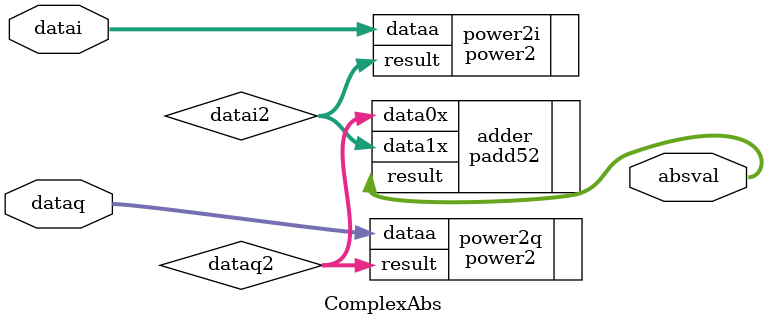
<source format=v>


module ComplexAbs(datai, dataq, absval);
input [15:0] datai, dataq;
output [32:0] absval;

wire [31:0] datai2, dataq2;
power2 power2i(
	.dataa(datai),
	.result(datai2));

power2 power2q(
	.dataa(dataq),
	.result(dataq2));
	
padd52 adder(
	.data0x(dataq2),
	.data1x(datai2),
	.result(absval));


endmodule

</source>
